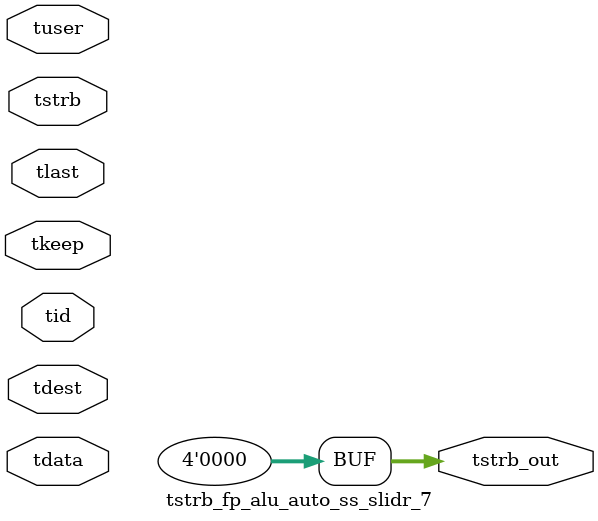
<source format=v>


`timescale 1ps/1ps

module tstrb_fp_alu_auto_ss_slidr_7 #
(
parameter C_S_AXIS_TDATA_WIDTH = 32,
parameter C_S_AXIS_TUSER_WIDTH = 0,
parameter C_S_AXIS_TID_WIDTH   = 0,
parameter C_S_AXIS_TDEST_WIDTH = 0,
parameter C_M_AXIS_TDATA_WIDTH = 32
)
(
input  [(C_S_AXIS_TDATA_WIDTH == 0 ? 1 : C_S_AXIS_TDATA_WIDTH)-1:0     ] tdata,
input  [(C_S_AXIS_TUSER_WIDTH == 0 ? 1 : C_S_AXIS_TUSER_WIDTH)-1:0     ] tuser,
input  [(C_S_AXIS_TID_WIDTH   == 0 ? 1 : C_S_AXIS_TID_WIDTH)-1:0       ] tid,
input  [(C_S_AXIS_TDEST_WIDTH == 0 ? 1 : C_S_AXIS_TDEST_WIDTH)-1:0     ] tdest,
input  [(C_S_AXIS_TDATA_WIDTH/8)-1:0 ] tkeep,
input  [(C_S_AXIS_TDATA_WIDTH/8)-1:0 ] tstrb,
input                                                                    tlast,
output [(C_M_AXIS_TDATA_WIDTH/8)-1:0 ] tstrb_out
);

assign tstrb_out = {1'b0};

endmodule


</source>
